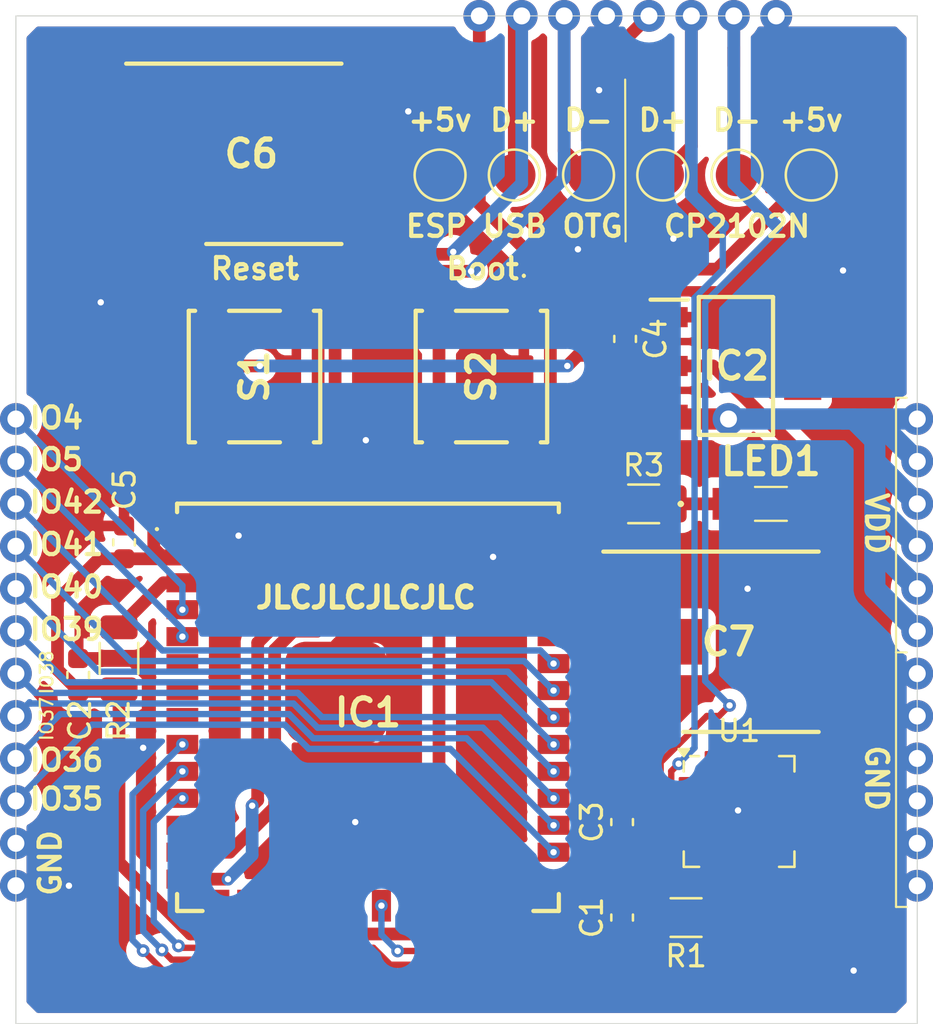
<source format=kicad_pcb>
(kicad_pcb (version 20240108) (generator "pcbnew") (generator_version "8.0")
  (title_block (date "2024-10-01") (rev "A"))
  (layers (0 "F.Cu" signal) (31 "B.Cu" signal) (34 "B.Paste" user) (35 "F.Paste" user) (36 "B.SilkS" user "B.Silkscreen") (37 "F.SilkS" user "F.Silkscreen") (38 "B.Mask" user) (39 "F.Mask" user) (44 "Edge.Cuts" user))
  (net 0 "")
  (net 1 "RESET")
  (net 2 "GND")
  (net 3 "+5V")
  (net 4 "GPIO_37")
  (net 6 "GPIO_38")
  (net 8 "BOOT")
  (net 11 "ESP_UART_TX")
  (net 13 "GPIO_42")
  (net 14 "Net-(IC1-EN)")
  (net 17 "ESP_UART_CTS")
  (net 18 "GPIO_39")
  (net 19 "GPIO_36")
  (net 20 "GPIO_35")
  (net 22 "GPIO_5")
  (net 24 "ESP_UART_RX")
  (net 25 "GPIO_40")
  (net 26 "GPIO_41")
  (net 31 "GPIO_4")
  (net 36 "ESP_UART_RTS")
  (net 39 "Net-(U1-~{RST})")
  (net 58 "VDD")
  (net 60 "Net-(LED1-Pad1)")
  (net 61 "unconnected-(IC1-IO19-Pad13)")
  (net 62 "unconnected-(IC1-IO20-Pad14)")
  (net 63 "unconnected-(U1-D--Pad5)")
  (net 64 "unconnected-(U1-D+-Pad4)")
  (footprint "Capacitor_SMD:C_0603_1608Metric" (layer "F.Cu") (at 102.225 51.225 -90)
    (property "Reference" "C4" (at 0 -1.43 90) (layer "F.SilkS"))
    (property "Value" "C10uf")
    (pad "1" smd roundrect (at -0.775 0 270) (size 0.9 0.95) (layers "F.Cu" "F.Paste" "F.Mask") (net 2 "GND"))
    (pad "2" smd roundrect (at 0.775 0 270) (size 0.9 0.95) (layers "F.Cu" "F.Paste" "F.Mask") (net 1 "RESET"))
  )
  (footprint "TestPoint:TestPoint_Pad_D2.0mm" (layer "F.Cu") (at 100.5 43.5)
    (property "Reference" "REF**" (hide yes))
    (property "Value" "TestPoint_Pad_D2.0mm" (hide yes))
    (pad "1" smd circle (at 0 0) (size 2 2) (layers "F.Cu" "F.Mask") (net 61 "unconnected-(IC1-IO19-Pad13)"))
  )
  (footprint "SamacSys_Parts:CAPAE850X1050N" (layer "F.Cu") (at 84.6 42.5)
    (property "Reference" "C6" (at 0 0 0) (layer "F.SilkS") (effects (font (size 1.27 1.27) (thickness 0.254))))
    (property "Value" "MAL214097803E3" (hide yes))
    (pad "1" smd rect (at -3.5 0 90) (size 2.15 4.8) (layers "F.Cu" "F.Paste" "F.Mask") (net 1 "RESET"))
    (pad "2" smd rect (at 3.5 0 90) (size 2.15 4.8) (layers "F.Cu" "F.Paste" "F.Mask") (net 2 "GND"))
  )
  (footprint "Resistor_SMD:R_1206_3216Metric" (layer "F.Cu") (at 103.1 59)
    (property "Reference" "R3" (at 0 -1.82 0) (layer "F.SilkS"))
    (property "Value" "68R" (hide yes))
    (pad "1" smd roundrect (at -1.4625 0) (size 1.125 1.75) (layers "F.Cu" "F.Paste" "F.Mask") (roundrect_rratio 0.222222) (net 2 "GND"))
    (pad "2" smd roundrect (at 1.4625 0) (size 1.125 1.75) (layers "F.Cu" "F.Paste" "F.Mask") (roundrect_rratio 0.222222) (net 60 "Net-(LED1-Pad1)"))
  )
  (footprint "Resistor_SMD:R_1206_3216Metric" (layer "F.Cu") (at 78.360687 66.282458 -90)
    (property "Reference" "R2" (at 2.921123 0.02485 -90) (layer "F.SilkS"))
    (property "Value" "10K0" (hide yes))
    (pad "1" smd roundrect (at -1.4625 0 270) (size 1.125 1.75) (layers "F.Cu" "F.Paste" "F.Mask") (roundrect_rratio 0.222222) (net 14 "Net-(IC1-EN)"))
    (pad "2" smd roundrect (at 1.4625 0 270) (size 1.125 1.75) (layers "F.Cu" "F.Paste" "F.Mask") (roundrect_rratio 0.222222) (net 1 "RESET"))
  )
  (footprint "Package_DFN_QFN:QFN-28-1EP_5x5mm_P0.5mm_EP3.35x3.35mm" (layer "F.Cu") (at 107.6 73.5)
    (property "Reference" "U1" (at 0 -3.8 0) (layer "F.SilkS"))
    (property "Value" "CP2102N-Axx-xQFN28" (hide yes))
    (pad "1" smd roundrect (at -2.45 -1.5) (size 0.8 0.25) (layers "F.Cu" "F.Paste" "F.Mask"))
    (pad "2" smd roundrect (at -2.45 -1) (size 0.8 0.25) (layers "F.Cu" "F.Paste" "F.Mask"))
    (pad "3" smd roundrect (at -2.45 -0.5) (size 0.8 0.25) (layers "F.Cu" "F.Paste" "F.Mask") (net 2 "GND"))
    (pad "4" smd roundrect (at -2.45 0) (size 0.8 0.25) (layers "F.Cu" "F.Paste" "F.Mask") (net 64 "unconnected-(U1-D+-Pad4)"))
    (pad "5" smd roundrect (at -2.45 0.5) (size 0.8 0.25) (layers "F.Cu" "F.Paste" "F.Mask") (net 63 "unconnected-(U1-D--Pad5)"))
    (pad "6" smd roundrect (at -2.45 1) (size 0.8 0.25) (layers "F.Cu" "F.Paste" "F.Mask"))
    (pad "7" smd roundrect (at -2.45 1.5) (size 0.8 0.25) (layers "F.Cu" "F.Paste" "F.Mask") (net 3 "+5V"))
    (pad "8" smd roundrect (at -1.5 2.45) (size 0.25 0.8) (layers "F.Cu" "F.Paste" "F.Mask") (net 3 "+5V"))
    (pad "9" smd roundrect (at -1 2.45) (size 0.25 0.8) (layers "F.Cu" "F.Paste" "F.Mask") (net 39 "Net-(U1-~{RST})"))
    (pad "10" smd roundrect (at -0.5 2.45) (size 0.25 0.8) (layers "F.Cu" "F.Paste" "F.Mask"))
    (pad "11" smd roundrect (at 0 2.45) (size 0.25 0.8) (layers "F.Cu" "F.Paste" "F.Mask"))
    (pad "12" smd roundrect (at 0.5 2.45) (size 0.25 0.8) (layers "F.Cu" "F.Paste" "F.Mask"))
    (pad "13" smd roundrect (at 1 2.45) (size 0.25 0.8) (layers "F.Cu" "F.Paste" "F.Mask"))
    (pad "14" smd roundrect (at 1.5 2.45) (size 0.25 0.8) (layers "F.Cu" "F.Paste" "F.Mask"))
    (pad "15" smd roundrect (at 2.45 1.5) (size 0.8 0.25) (layers "F.Cu" "F.Paste" "F.Mask"))
    (pad "16" smd roundrect (at 2.45 1) (size 0.8 0.25) (layers "F.Cu" "F.Paste" "F.Mask"))
    (pad "17" smd roundrect (at 2.45 0.5) (size 0.8 0.25) (layers "F.Cu" "F.Paste" "F.Mask"))
    (pad "18" smd roundrect (at 2.45 0) (size 0.8 0.25) (layers "F.Cu" "F.Paste" "F.Mask"))
    (pad "19" smd roundrect (at 2.45 -0.5) (size 0.8 0.25) (layers "F.Cu" "F.Paste" "F.Mask"))
    (pad "20" smd roundrect (at 2.45 -1) (size 0.8 0.25) (layers "F.Cu" "F.Paste" "F.Mask"))
    (pad "21" smd roundrect (at 2.45 -1.5) (size 0.8 0.25) (layers "F.Cu" "F.Paste" "F.Mask"))
    (pad "22" smd roundrect (at 1.5 -2.45) (size 0.25 0.8) (layers "F.Cu" "F.Paste" "F.Mask"))
    (pad "23" smd roundrect (at 1 -2.45) (size 0.25 0.8) (layers "F.Cu" "F.Paste" "F.Mask") (net 17 "ESP_UART_CTS"))
    (pad "24" smd roundrect (at 0.5 -2.45) (size 0.25 0.8) (layers "F.Cu" "F.Paste" "F.Mask") (net 36 "ESP_UART_RTS"))
    (pad "25" smd roundrect (at 0 -2.45) (size 0.25 0.8) (layers "F.Cu" "F.Paste" "F.Mask") (net 11 "ESP_UART_TX"))
    (pad "26" smd roundrect (at -0.5 -2.45) (size 0.25 0.8) (layers "F.Cu" "F.Paste" "F.Mask") (net 24 "ESP_UART_RX"))
    (pad "27" smd roundrect (at -1 -2.45) (size 0.25 0.8) (layers "F.Cu" "F.Paste" "F.Mask"))
    (pad "28" smd roundrect (at -1.5 -2.45) (size 0.25 0.8) (layers "F.Cu" "F.Paste" "F.Mask"))
    (pad "29" smd rect (at 0 0) (size 3.35 3.35) (property pad_prop_heatsink) (layers "F.Cu" "F.Mask") (net 2 "GND"))
  )
  (footprint "Capacitor_SMD:C_0603_1608Metric" (layer "F.Cu") (at 102.084683 78.5 90)
    (property "Reference" "C1" (at 0 -1.43 90) (layer "F.SilkS"))
    (property "Value" "C100nf" (hide yes))
    (pad "1" smd roundrect (at -0.775 0 90) (size 0.9 0.95) (layers "F.Cu" "F.Paste" "F.Mask") (net 1 "RESET"))
    (pad "2" smd roundrect (at 0.775 0 90) (size 0.9 0.95) (layers "F.Cu" "F.Paste" "F.Mask") (net 2 "GND"))
  )
  (footprint "TestPoint:TestPoint_Pad_D2.0mm" (layer "F.Cu") (at 104 43.5)
    (property "Reference" "REF**" (hide yes))
    (property "Value" "TestPoint_Pad_D2.0mm" (hide yes))
    (pad "1" smd circle (at 0 0) (size 2 2) (layers "F.Cu" "F.Mask") (net 64 "unconnected-(U1-D+-Pad4)"))
  )
  (footprint "SamacSys_Parts:KSC243JSPDELTALFG" (layer "F.Cu") (at 84.75 53 90)
    (property "Reference" "S1" (at 0 0 90) (layer "F.SilkS") (effects (font (size 1.27 1.27) (thickness 0.254))))
    (property "Value" "KSC243J_SP_DELTA_LFG" (hide yes))
    (pad "1" smd rect (at 2.9 2 180) (size 1 2.8) (layers "F.Cu" "F.Paste" "F.Mask") (net 2 "GND"))
    (pad "2" smd rect (at 2.9 -2 180) (size 1 2.8) (layers "F.Cu" "F.Paste" "F.Mask") (net 1 "RESET"))
    (pad "3" smd rect (at -2.9 -2 180) (size 1 2.8) (layers "F.Cu" "F.Paste" "F.Mask") (net 1 "RESET"))
    (pad "4" smd rect (at -2.9 2 180) (size 1 2.8) (layers "F.Cu" "F.Paste" "F.Mask") (net 2 "GND"))
  )
  (footprint "TestPoint:TestPoint_Pad_D2.0mm" (layer "F.Cu") (at 97 43.5)
    (property "Reference" "REF**" (hide yes))
    (property "Value" "TestPoint_Pad_D2.0mm" (hide yes))
    (pad "1" smd circle (at 0 0) (size 2 2) (layers "F.Cu" "F.Mask") (net 62 "unconnected-(IC1-IO20-Pad14)"))
  )
  (footprint "Capacitor_SMD:C_0603_1608Metric" (layer "F.Cu") (at 102.084683 74 90)
    (property "Reference" "C3" (at 0 -1.43 90) (layer "F.SilkS"))
    (property "Value" "C100nf" (hide yes))
    (pad "1" smd roundrect (at -0.775 0 90) (size 0.9 0.95) (layers "F.Cu" "F.Paste" "F.Mask") (net 3 "+5V"))
    (pad "2" smd roundrect (at 0.775 0 90) (size 0.9 0.95) (layers "F.Cu" "F.Paste" "F.Mask") (net 2 "GND"))
  )
  (footprint "SamacSys_Parts:KSC243JSPDELTALFG" (layer "F.Cu") (at 95.45 53 90)
    (property "Reference" "S2" (at 0 0 90) (layer "F.SilkS") (effects (font (size 1.27 1.27) (thickness 0.254))))
    (property "Value" "KSC243J_SP_DELTA_LFG" (hide yes))
    (pad "1" smd rect (at 2.9 2 180) (size 1 2.8) (layers "F.Cu" "F.Paste" "F.Mask") (net 2 "GND"))
    (pad "2" smd rect (at 2.9 -2 180) (size 1 2.8) (layers "F.Cu" "F.Paste" "F.Mask") (net 8 "BOOT"))
    (pad "3" smd rect (at -2.9 -2 180) (size 1 2.8) (layers "F.Cu" "F.Paste" "F.Mask") (net 8 "BOOT"))
    (pad "4" smd rect (at -2.9 2 180) (size 1 2.8) (layers "F.Cu" "F.Paste" "F.Mask") (net 2 "GND"))
  )
  (footprint "SamacSys_Parts:APTD3216SECK" (layer "F.Cu") (at 109.1 59)
    (property "Reference" "LED1" (at 0 -2 0) (layer "F.SilkS") (effects (font (size 1.27 1.27) (thickness 0.254))))
    (property "Value" "APTD3216SECK" (hide yes))
    (pad "1" smd rect (at -1.875 0 90) (size 1.5 1.75) (layers "F.Cu" "F.Paste" "F.Mask") (net 60 "Net-(LED1-Pad1)"))
    (pad "2" smd rect (at 1.875 0 90) (size 1.5 1.75) (layers "F.Cu" "F.Paste" "F.Mask") (net 1 "RESET"))
  )
  (footprint "TestPoint:TestPoint_Pad_D2.0mm" (layer "F.Cu") (at 107.5 43.5)
    (property "Reference" "REF**" (hide yes))
    (property "Value" "TestPoint_Pad_D2.0mm" (hide yes))
    (pad "1" smd circle (at 0 0) (size 2 2) (layers "F.Cu" "F.Mask") (net 63 "unconnected-(U1-D--Pad5)"))
  )
  (footprint "Capacitor_SMD:C_0603_1608Metric" (layer "F.Cu") (at 78.6 60.815 90)
    (property "Reference" "C5" (at 2.486041 0.021329 90) (layer "F.SilkS"))
    (property "Value" "C100nf" (hide yes))
    (pad "1" smd roundrect (at -0.775 0 90) (size 0.9 0.95) (layers "F.Cu" "F.Paste" "F.Mask") (net 1 "RESET"))
    (pad "2" smd roundrect (at 0.775 0 90) (size 0.9 0.95) (layers "F.Cu" "F.Paste" "F.Mask") (net 2 "GND"))
  )
  (footprint "SamacSys_Parts:ESP32S3WROOM1UN8R8" (layer "F.Cu") (at 90.1 68.59)
    (property "Reference" "IC1" (at 0 0.25 0) (layer "F.SilkS") (effects (font (size 1.27 1.27) (thickness 0.254))))
    (property "Value" "ESP32-S3-WROOM-1-N4" (hide yes))
    (pad "1" smd rect (at -8.75 -8.41 90) (size 0.9 1.5) (layers "F.Cu" "F.Paste" "F.Mask") (net 2 "GND"))
    (pad "2" smd rect (at -8.75 -7.14 90) (size 0.9 1.5) (layers "F.Cu" "F.Paste" "F.Mask") (net 1 "RESET"))
    (pad "3" smd rect (at -8.75 -5.87 90) (size 0.9 1.5) (layers "F.Cu" "F.Paste" "F.Mask") (net 14 "Net-(IC1-EN)"))
    (pad "4" smd rect (at -8.75 -4.6 90) (size 0.9 1.5) (layers "F.Cu" "F.Paste" "F.Mask") (net 31 "GPIO_4"))
    (pad "5" smd rect (at -8.75 -3.33 90) (size 0.9 1.5) (layers "F.Cu" "F.Paste" "F.Mask") (net 22 "GPIO_5"))
    (pad "6" smd rect (at -8.75 -2.06 90) (size 0.9 1.5) (layers "F.Cu" "F.Paste" "F.Mask"))
    (pad "7" smd rect (at -8.75 -0.79 90) (size 0.9 1.5) (layers "F.Cu" "F.Paste" "F.Mask"))
    (pad "8" smd rect (at -8.75 0.48 90) (size 0.9 1.5) (layers "F.Cu" "F.Paste" "F.Mask"))
    (pad "9" smd rect (at -8.75 1.75 90) (size 0.9 1.5) (layers "F.Cu" "F.Paste" "F.Mask") (net 24 "ESP_UART_RX"))
    (pad "10" smd rect (at -8.75 3.02 90) (size 0.9 1.5) (layers "F.Cu" "F.Paste" "F.Mask") (net 11 "ESP_UART_TX"))
    (pad "11" smd rect (at -8.75 4.29 90) (size 0.9 1.5) (layers "F.Cu" "F.Paste" "F.Mask") (net 36 "ESP_UART_RTS"))
    (pad "12" smd rect (at -8.75 5.56 90) (size 0.9 1.5) (layers "F.Cu" "F.Paste" "F.Mask"))
    (pad "13" smd rect (at -8.75 6.83 90) (size 0.9 1.5) (layers "F.Cu" "F.Paste" "F.Mask") (net 61 "unconnected-(IC1-IO19-Pad13)"))
    (pad "14" smd rect (at -8.75 8.1 90) (size 0.9 1.5) (layers "F.Cu" "F.Paste" "F.Mask") (net 62 "unconnected-(IC1-IO20-Pad14)"))
    (pad "15" smd rect (at -6.985 9.35) (size 0.9 1.5) (layers "F.Cu" "F.Paste" "F.Mask"))
    (pad "16" smd rect (at -5.715 9.35) (size 0.9 1.5) (layers "F.Cu" "F.Paste" "F.Mask"))
    (pad "17" smd rect (at -4.445 9.35) (size 0.9 1.5) (layers "F.Cu" "F.Paste" "F.Mask"))
    (pad "18" smd rect (at -3.175 9.35) (size 0.9 1.5) (layers "F.Cu" "F.Paste" "F.Mask"))
    (pad "19" smd rect (at -1.905 9.35) (size 0.9 1.5) (layers "F.Cu" "F.Paste" "F.Mask"))
    (pad "20" smd rect (at -0.635 9.35) (size 0.9 1.5) (layers "F.Cu" "F.Paste" "F.Mask"))
    (pad "21" smd rect (at 0.635 9.35) (size 0.9 1.5) (layers "F.Cu" "F.Paste" "F.Mask") (net 17 "ESP_UART_CTS"))
    (pad "22" smd rect (at 1.905 9.35) (size 0.9 1.5) (layers "F.Cu" "F.Paste" "F.Mask"))
    (pad "23" smd rect (at 3.175 9.35) (size 0.9 1.5) (layers "F.Cu" "F.Paste" "F.Mask"))
    (pad "24" smd rect (at 4.445 9.35) (size 0.9 1.5) (layers "F.Cu" "F.Paste" "F.Mask"))
    (pad "25" smd rect (at 5.715 9.35) (size 0.9 1.5) (layers "F.Cu" "F.Paste" "F.Mask"))
    (pad "26" smd rect (at 6.985 9.35) (size 0.9 1.5) (layers "F.Cu" "F.Paste" "F.Mask"))
    (pad "27" smd rect (at 8.75 8.1 90) (size 0.9 1.5) (layers "F.Cu" "F.Paste" "F.Mask") (net 8 "BOOT"))
    (pad "28" smd rect (at 8.75 6.83 90) (size 0.9 1.5) (layers "F.Cu" "F.Paste" "F.Mask") (net 20 "GPIO_35"))
    (pad "29" smd rect (at 8.75 5.56 90) (size 0.9 1.5) (layers "F.Cu" "F.Paste" "F.Mask") (net 19 "GPIO_36"))
    (pad "30" smd rect (at 8.75 4.29 90) (size 0.9 1.5) (layers "F.Cu" "F.Paste" "F.Mask") (net 4 "GPIO_37"))
    (pad "31" smd rect (at 8.75 3.02 90) (size 0.9 1.5) (layers "F.Cu" "F.Paste" "F.Mask") (net 6 "GPIO_38"))
    (pad "32" smd rect (at 8.75 1.75 90) (size 0.9 1.5) (layers "F.Cu" "F.Paste" "F.Mask") (net 18 "GPIO_39"))
    (pad "33" smd rect (at 8.75 0.48 90) (size 0.9 1.5) (layers "F.Cu" "F.Paste" "F.Mask") (net 25 "GPIO_40"))
    (pad "34" smd rect (at 8.75 -0.79 90) (size 0.9 1.5) (layers "F.Cu" "F.Paste" "F.Mask") (net 26 "GPIO_41"))
    (pad "35" smd rect (at 8.75 -2.06 90) (size 0.9 1.5) (layers "F.Cu" "F.Paste" "F.Mask") (net 13 "GPIO_42"))
    (pad "36" smd rect (at 8.75 -3.33 90) (size 0.9 1.5) (layers "F.Cu" "F.Paste" "F.Mask"))
    (pad "37" smd rect (at 8.75 -4.6 90) (size 0.9 1.5) (layers "F.Cu" "F.Paste" "F.Mask"))
    (pad "38" smd rect (at 8.75 -5.87 90) (size 0.9 1.5) (layers "F.Cu" "F.Paste" "F.Mask"))
    (pad "39" smd rect (at 8.75 -7.14 90) (size 0.9 1.5) (layers "F.Cu" "F.Paste" "F.Mask"))
    (pad "40" smd rect (at 8.75 -8.41 90) (size 0.9 1.5) (layers "F.Cu" "F.Paste" "F.Mask") (net 2 "GND"))
    (pad "41" smd rect (at -1.5 -0.69 90) (size 0.9 0.9) (layers "F.Cu" "F.Paste" "F.Mask") (net 2 "GND"))
    (pad "42" smd rect (at -2.9 -2.09 90) (size 0.9 0.9) (layers "F.Cu" "F.Paste" "F.Mask") (net 2 "GND"))
    (pad "43" smd rect (at -2.9 -0.69 90) (size 0.9 0.9) (layers "F.Cu" "F.Paste" "F.Mask") (net 2 "GND"))
    (pad "44" smd rect (at -2.9 0.71 90) (size 0.9 0.9) (layers "F.Cu" "F.Paste" "F.Mask") (net 2 "GND"))
    (pad "45" smd rect (at -1.5 0.71 90) (size 0.9 0.9) (layers "F.Cu" "F.Paste" "F.Mask") (net 2 "GND"))
    (pad "46" smd rect (at -0.1 0.71 90) (size 0.9 0.9) (layers "F.Cu" "F.Paste" "F.Mask") (net 2 "GND"))
    (pad "47" smd rect (at -0.1 -0.69 90) (size 0.9 0.9) (layers "F.Cu" "F.Paste" "F.Mask") (net 2 "GND"))
    (pad "48" smd rect (at -0.1 -2.09 90) (size 0.9 0.9) (layers "F.Cu" "F.Paste" "F.Mask") (net 2 "GND"))
    (pad "49" smd rect (at -1.5 -2.09 90) (size 0.9 0.9) (layers "F.Cu" "F.Paste" "F.Mask") (net 2 "GND"))
  )
  (footprint "SamacSys_Parts:SOT230P700X180-4N" (layer "F.Cu") (at 107.45 52.5)
    (property "Reference" "IC2" (at 0 0 0) (layer "F.SilkS") (effects (font (size 1.27 1.27) (thickness 0.254))))
    (property "Value" "LM1117MPX-3.3_NOPB" (hide yes))
    (pad "1" smd rect (at -3.15 -2.3 90) (size 0.95 1.75) (layers "F.Cu" "F.Paste" "F.Mask") (net 2 "GND"))
    (pad "2" smd rect (at -3.15 0 90) (size 0.95 1.75) (layers "F.Cu" "F.Paste" "F.Mask") (net 1 "RESET"))
    (pad "3" smd rect (at -3.15 2.3 90) (size 0.95 1.75) (layers "F.Cu" "F.Paste" "F.Mask") (net 58 "VDD"))
    (pad "4" smd rect (at 3.15 0) (size 1.75 3.2) (layers "F.Cu" "F.Paste" "F.Mask"))
  )
  (footprint "Resistor_SMD:R_1206_3216Metric" (layer "F.Cu") (at 105.1 78.5 180)
    (property "Reference" "R1" (at 0 -1.82 360) (layer "F.SilkS"))
    (property "Value" "10K0" (hide yes))
    (pad "1" smd roundrect (at -1.4625 0 180) (size 1.125 1.75) (layers "F.Cu" "F.Paste" "F.Mask") (roundrect_rratio 0.222222) (net 39 "Net-(U1-~{RST})"))
    (pad "2" smd roundrect (at 1.4625 0 180) (size 1.125 1.75) (layers "F.Cu" "F.Paste" "F.Mask") (roundrect_rratio 0.222222) (net 1 "RESET"))
  )
  (footprint "TestPoint:TestPoint_Pad_D2.0mm" (layer "F.Cu") (at 111 43.5)
    (property "Reference" "REF**" (hide yes))
    (property "Value" "TestPoint_Pad_D2.0mm" (hide yes))
    (pad "1" smd circle (at 0 0) (size 2 2) (layers "F.Cu" "F.Mask") (net 3 "+5V"))
  )
  (footprint "Capacitor_SMD:C_0603_1608Metric" (layer "F.Cu") (at 76.436999 67.064445 90)
    (property "Reference" "C2" (at -2.139136 0.082076 90) (layer "F.SilkS"))
    (property "Value" "C100nf" (hide yes))
    (pad "1" smd roundrect (at -0.775 0 90) (size 0.9 0.95) (layers "F.Cu" "F.Paste" "F.Mask") (net 1 "RESET"))
    (pad "2" smd roundrect (at 0.775 0 90) (size 0.9 0.95) (layers "F.Cu" "F.Paste" "F.Mask") (net 2 "GND"))
  )
  (footprint "SamacSys_Parts:CAPAE850X1050N" (layer "F.Cu") (at 107.1 65.5)
    (property "Reference" "C7" (at 0 0 0) (layer "F.SilkS") (effects (font (size 1.27 1.27) (thickness 0.254))))
    (property "Value" "MAL214097803E3" (hide yes))
    (pad "1" smd rect (at -3.5 0 90) (size 2.15 4.8) (layers "F.Cu" "F.Paste" "F.Mask") (net 3 "+5V"))
    (pad "2" smd rect (at 3.5 0 90) (size 2.15 4.8) (layers "F.Cu" "F.Paste" "F.Mask") (net 2 "GND"))
  )
  (footprint "TestPoint:TestPoint_Pad_D2.0mm" (layer "F.Cu") (at 93.5 43.5)
    (property "Reference" "REF**" (hide yes))
    (property "Value" "TestPoint_Pad_D2.0mm" (hide yes))
    (pad "1" smd circle (at 0 0) (size 2 2) (layers "F.Cu" "F.Mask") (net 3 "+5V"))
  )
  (gr_line (start 115 78) (end 115.5 78) (stroke (width 0.1)) (layer "F.SilkS"))
  (gr_line (start 115 54) (end 115.5 54) (stroke (width 0.1)) (layer "F.SilkS"))
  (gr_line (start 115 66) (end 115 78) (stroke (width 0.1)) (layer "F.SilkS"))
  (gr_line (start 115.5 66) (end 115 66) (stroke (width 0.1)) (layer "F.SilkS"))
  (gr_line (start 115 66) (end 115 54) (stroke (width 0.1)) (layer "F.SilkS"))
  (gr_line (start 102.24695 46.631574) (end 102.227485 39.00117) (stroke (width 0.1)) (layer "F.SilkS"))
  (gr_line (start 73.5 36) (end 116 36) (stroke (width 0.05)) (layer "Edge.Cuts"))
  (gr_line (start 73.5 53.5) (end 73.5 36) (stroke (width 0.05)) (layer "Edge.Cuts"))
  (gr_line (start 116 83.5) (end 73.5 83.5) (stroke (width 0.05)) (layer "Edge.Cuts"))
  (gr_line (start 73.5 83.5) (end 73.5 53.5) (stroke (width 0.05)) (layer "Edge.Cuts"))
  (gr_line (start 116 36) (end 116 83.5) (stroke (width 0.05)) (layer "Edge.Cuts"))
  (gr_text "D+" (at 104 41.5 0) (layer "F.SilkS") (effects (font (size 1 1) (thickness 0.2) (bold yes)) (justify bottom)))
  (gr_text "JLCJLCJLCJLC" (at 90 64 0) (layer "F.SilkS") (effects (font (size 1 1) (thickness 0.25) (bold yes)) (justify bottom)))
  (gr_text "+5v" (at 93.5 41.5 0) (layer "F.SilkS") (effects (font (size 1 1) (thickness 0.2) (bold yes)) (justify bottom)))
  (gr_text "IO39" (at 74.040491 65.5 0) (layer "F.SilkS") (effects (font (size 1 1) (thickness 0.2) (bold yes)) (justify left bottom)))
  (gr_text "GND" (at 113.5 70.276191 -90) (layer "F.SilkS") (effects (font (size 1 1) (thickness 0.2) (bold yes)) (justify left bottom)))
  (gr_text "ESP USB OTG" (at 97 46.5 0) (layer "F.SilkS") (effects (font (size 1 1) (thickness 0.2) (bold yes)) (justify bottom)))
  (gr_text "Reset" (at 84.75 48.5 0) (layer "F.SilkS") (effects (font (size 1 1) (thickness 0.2) (bold yes)) (justify bottom)))
  (gr_text "IO40" (at 74.040491 63.5 0) (layer "F.SilkS") (effects (font (size 1 1) (thickness 0.2) (bold yes)) (justify left bottom)))
  (gr_text "Boot" (at 95.5 48.5 0) (layer "F.SilkS") (effects (font (size 1 1) (thickness 0.2) (bold yes)) (justify bottom)))
  (gr_text "D+" (at 97 41.5 0) (layer "F.SilkS") (effects (font (size 1 1) (thickness 0.2) (bold yes)) (justify bottom)))
  (gr_text "D-" (at 100.5 41.5 0) (layer "F.SilkS") (effects (font (size 1 1) (thickness 0.2) (bold yes)) (justify bottom)))
  (gr_text "IO4" (at 74.040491 55.5395 0) (layer "F.SilkS") (effects (font (size 1 1) (thickness 0.2) (bold yes)) (justify left bottom)))
  (gr_text "IO5" (at 74.040491 57.5 0) (layer "F.SilkS") (effects (font (size 1 1) (thickness 0.2) (bold yes)) (justify left bottom)))
  (gr_text "+5v" (at 111 41.5 0) (layer "F.SilkS") (effects (font (size 1 1) (thickness 0.2) (bold yes)) (justify bottom)))
  (gr_text "GND" (at 75.700751 77.583178 90) (layer "F.SilkS") (effects (font (size 1 1) (thickness 0.2) (bold yes)) (justify left bottom)))
  (gr_text "VDD" (at 113.5 58.371429 270) (layer "F.SilkS") (effects (font (size 1 1) (thickness 0.2) (bold yes)) (justify left bottom)))
  (gr_text "IO37" (at 75.302793 70.228754 90) (layer "F.SilkS") (effects (font (size 0.6 0.6) (thickness 0.1) (bold yes)) (justify left bottom)))
  (gr_text "IO38" (at 75.302793 68.035662 90) (layer "F.SilkS") (effects (font (size 0.6 0.6) (thickness 0.1) (bold yes)) (justify left bottom)))
  (gr_text "D-" (at 107.5 41.5 0) (layer "F.SilkS") (effects (font (size 1 1) (thickness 0.2) (bold yes)) (justify bottom)))
  (gr_text "IO41" (at 74.040491 61.5 0) (layer "F.SilkS") (effects (font (size 1 1) (thickness 0.2) (bold yes)) (justify left bottom)))
  (gr_text "CP2102N\n" (at 107.5 46.5 0) (layer "F.SilkS") (effects (font (size 1 1) (thickness 0.2) (bold yes)) (justify bottom)))
  (gr_text "IO36" (at 74.040491 71.669188 0) (layer "F.SilkS") (effects (font (size 1 1) (thickness 0.2) (bold yes)) (justify left bottom)))
  (gr_text "IO35" (at 74.040491 73.5 0) (layer "F.SilkS") (effects (font (size 1 1) (thickness 0.2) (bold yes)) (justify left bottom)))
  (gr_text "IO42" (at 74.040491 59.5 0) (layer "F.SilkS") (effects (font (size 1 1) (thickness 0.2) (bold yes)) (justify left bottom)))
  (segment (start 75.461999 63.538001) (end 77.41 61.59) (width 0.6) (layer "F.Cu") (net 1))
  (segment (start 81.735 79.275) (end 78.360687 75.900687) (width 0.6) (layer "F.Cu") (net 1))
  (segment (start 83.75 52.5) (end 83.625 52.625) (width 0.6) (layer "F.Cu") (net 1))
  (segment (start 76.436999 67.839445) (end 78.2662 67.839445) (width 0.6) (layer "F.Cu") (net 1))
  (segment (start 76.436999 67.795985) (end 75.461999 66.820985) (width 0.6) (layer "F.Cu") (net 1))
  (segment (start 82.75 52.75) (end 83.125 53.125) (width 0.6) (layer "F.Cu") (net 1))
  (segment (start 82.75 52.5) (end 82.75 53.5) (width 0.6) (layer "F.Cu") (net 1))
  (segment (start 81.21 61.59) (end 81.35 61.45) (width 0.6) (layer "F.Cu") (net 1))
  (segment (start 83.5 52.5) (end 83.625 52.625) (width 0.6) (layer "F.Cu") (net 1))
  (segment (start 77.41 61.59) (end 78.6 61.59) (width 0.6) (layer "F.Cu") (net 1))
  (segment (start 82.75 44.15) (end 81.1 42.5) (width 0.6) (layer "F.Cu") (net 1))
  (segment (start 102.8625 79.275) (end 103.6375 78.5) (width 0.6) (layer "F.Cu") (net 1))
  (segment (start 82.75 52.5) (end 82.75 52.75) (width 0.6) (layer "F.Cu") (net 1))
  (segment (start 102.084683 79.275) (end 102.8625 79.275) (width 0.6) (layer "F.Cu") (net 1))
  (segment (start 83.75 52.5) (end 82.75 51.5) (width 0.6) (layer "F.Cu") (net 1))
  (segment (start 82.75 50.1) (end 82.75 52) (width 0.6) (layer "F.Cu") (net 1))
  (segment (start 82.75 52) (end 82.75 52.5) (width 0.6) (layer "F.Cu") (net 1))
  (segment (start 102.084683 79.275) (end 81.735 79.275) (width 0.6) (layer "F.Cu") (net 1))
  (segment (start 83.125 53.125) (end 82.75 53.5) (width 0.6) (layer "F.Cu") (net 1))
  (segment (start 110.975 57.107233) (end 110.975 59) (width 0.6) (layer "F.Cu") (net 1))
  (segment (start 78.6 61.59) (end 81.21 61.59) (width 0.6) (layer "F.Cu") (net 1))
  (segment (start 102.225 52) (end 103.8 52) (width 0.6) (layer "F.Cu") (net 1))
  (segment (start 82.75 50.1) (end 82.75 44.15) (width 0.6) (layer "F.Cu") (net 1))
  (segment (start 75.461999 66.820985) (end 75.461999 63.538001) (width 0.6) (layer "F.Cu") (net 1))
  (segment (start 80 61.09) (end 80.36 61.45) (width 0.6) (layer "F.Cu") (net 1))
  (segment (start 83.5 52.5) (end 82.75 52.5) (width 0.6) (layer "F.Cu") (net 1))
  (segment (start 106.367767 52.5) (end 110.975 57.107233) (width 0.6) (layer "F.Cu") (net 1))
  (segment (start 104.3 52.5) (end 106.367767 52.5) (width 0.6) (layer "F.Cu") (net 1))
  (segment (start 103.8 52) (end 104.3 52.5) (width 0.6) (layer "F.Cu") (net 1))
  (segment (start 78.360687 75.900687) (end 78.360687 67.744958) (width 0.6) (layer "F.Cu") (net 1))
  (segment (start 80.36 61.45) (end 81.35 61.45) (width 0.6) (layer "F.Cu") (net 1))
  (segment (start 80 58.65) (end 80 61.09) (width 0.6) (layer "F.Cu") (net 1))
  (segment (start 85 52.5) (end 83.75 52.5) (width 0.6) (layer "F.Cu") (net 1))
  (segment (start 76.436999 67.839445) (end 76.436999 67.795985) (width 0.6) (layer "F.Cu") (net 1))
  (segment (start 78.2662 67.839445) (end 78.360687 67.744958) (width 0.6) (layer "F.Cu") (net 1))
  (segment (start 100 52) (end 99.5 52.5) (width 0.6) (layer "F.Cu") (net 1))
  (segment (start 82.75 55.9) (end 80 58.65) (width 0.6) (layer "F.Cu") (net 1))
  (segment (start 102.225 52) (end 100 52) (width 0.6) (layer "F.Cu") (net 1))
  (segment (start 82.75 52) (end 83 52) (width 0.6) (layer "F.Cu") (net 1))
  (segment (start 82.75 51.5) (end 82.75 52) (width 0.6) (layer "F.Cu") (net 1))
  (segment (start 82.75 53.5) (end 82.75 55.9) (width 0.6) (layer "F.Cu") (net 1))
  (segment (start 83 52) (end 83.5 52.5) (width 0.6) (layer "F.Cu") (net 1))
  (segment (start 83.625 52.625) (end 83.125 53.125) (width 0.6) (layer "F.Cu") (net 1))
  (via (at 99.5 52.5) (size 0.6) (drill 0.3) (layers "F.Cu" "B.Cu") (net 1))
  (via (at 85 52.5) (size 0.6) (drill 0.3) (layers "F.Cu" "B.Cu") (net 1))
  (segment (start 99.5 52.5) (end 85 52.5) (width 0.6) (layer "B.Cu") (net 1))
  (segment (start 88.6 66.5) (end 89 66.5) (width 2) (layer "F.Cu") (net 2))
  (segment (start 107.55 73.45) (end 107.6 73.5) (width 0.3) (layer "F.Cu") (net 2))
  (segment (start 79.735687 67.11487) (end 79.735687 70.264313) (width 0.6) (layer "F.Cu") (net 2))
  (segment (start 90 69.3) (end 90 66.5) (width 2) (layer "F.Cu") (net 2))
  (segment (start 105.15 73) (end 107.1 73) (width 0.3) (layer "F.Cu") (net 2))
  (segment (start 78.910262 66.289445) (end 79.735687 67.11487) (width 0.6) (layer "F.Cu") (net 2))
  (segment (start 87.2 66.5) (end 90 66.5) (width 2) (layer "F.Cu") (net 2))
  (segment (start 87.2 69.3) (end 90 69.3) (width 2) (layer "F.Cu") (net 2))
  (segment (start 76.436999 66.289445) (end 78.910262 66.289445) (width 0.6) (layer "F.Cu") (net 2))
  (segment (start 107.1 73) (end 107.55 73.45) (width 0.3) (layer "F.Cu") (net 2))
  (segment (start 79.735687 70.264313) (end 79.5 70.5) (width 0.6) (layer "F.Cu") (net 2))
  (segment (start 87.2 66.5) (end 87.2 69.3) (width 2) (layer "F.Cu") (net 2))
  (via (at 73.5 77) (size 1.5) (drill 0.8) (layers "F.Cu" "B.Cu") (net 2))
  (via (at 107.55 73.45) (size 0.6) (drill 0.3) (layers "F.Cu" "B.Cu") (net 2))
  (via (at 76 77) (size 0.6) (drill 0.3) (layers "F.Cu" "B.Cu") (net 2))
  (via (at 96 61.5) (size 0.6) (drill 0.3) (layers "F.Cu" "B.Cu") (net 2))
  (via (at 89.5 74) (size 0.6) (drill 0.3) (layers "F.Cu" "B.Cu") (net 2))
  (via (at 116 75) (size 1.5) (drill 0.8) (layers "F.Cu" "B.Cu") (net 2))
  (via (at 79.5 70.5) (size 0.6) (drill 0.3) (layers "F.Cu" "B.Cu") (net 2))
  (via (at 92 40.5) (size 0.6) (drill 0.3) (layers "F.Cu" "B.Cu") (net 2))
  (via (at 108 63) (size 0.6) (drill 0.3) (layers "F.Cu" "B.Cu") (net 2))
  (via (at 77.5 49.5) (size 0.6) (drill 0.3) (layers "F.Cu" "B.Cu") (net 2))
  (via (at 112.5 48) (size 0.6) (drill 0.3) (layers "F.Cu" "B.Cu") (net 2))
  (via (at 90 56) (size 0.6) (drill 0.3) (layers "F.Cu" "B.Cu") (net 2))
  (via (at 84 60.5) (size 0.6) (drill 0.3) (layers "F.Cu" "B.Cu") (net 2))
  (via (at 113 81) (size 0.6) (drill 0.3) (layers "F.Cu" "B.Cu") (net 2))
  (via (at 109.35 36) (size 1.5) (drill 0.8) (layers "F.Cu" "B.Cu") (net 2))
  (via (at 116 71) (size 1.5) (drill 0.8) (layers "F.Cu" "B.Cu") (net 2))
  (via (at 116 67) (size 1.5) (drill 0.8) (layers "F.Cu" "B.Cu") (net 2))
  (via (at 116 77) (size 1.5) (drill 0.8) (layers "F.Cu" "B.Cu") (net 2))
  (via (at 100 47) (size 0.6) (drill 0.3) (layers "F.Cu" "B.Cu") (net 2))
  (via (at 116 69) (size 1.5) (drill 0.8) (layers "F.Cu" "B.Cu") (net 2))
  (via (at 101.35 36) (size 1.5) (drill 0.8) (layers "F.Cu" "B.Cu") (net 2))
  (via (at 101 39.5) (size 0.6) (drill 0.3) (layers "F.Cu" "B.Cu") (net 2))
  (via (at 104.5 46.5) (size 0.6) (drill 0.3) (layers "F.Cu" "B.Cu") (net 2))
  (via (at 116 73) (size 1.5) (drill 0.8) (layers "F.Cu" "B.Cu") (net 2))
  (via (at 73.5 75) (size 1.5) (drill 0.8) (layers "F.Cu" "B.Cu") (net 2))
  (segment (start 100.5 59.63) (end 98.7 57.83) (width 0.6) (layer "F.Cu") (net 3))
  (segment (start 103.6 65.5) (end 103.6 64.6) (width 0.6) (layer "F.Cu") (net 3))
  (segment (start 103.35 36) (end 102.266103 37.083897) (width 0.6) (layer "F.Cu") (net 3))
  (segment (start 106.563603 47.936397) (end 102.266103 47.936397) (width 0.6) (layer "F.Cu") (net 3))
  (segment (start 103.6 65.5) (end 103.059683 66.040317) (width 0.6) (layer "F.Cu") (net 3))
  (segment (start 106.1 75.95) (end 105.15 75) (width 0.3) (layer "F.Cu") (net 3))
  (segment (start 94 43.5) (end 95.6125 45.1125) (width 0.6) (layer "F.Cu") (net 3))
  (segment (start 95.6125 45.1125) (end 98.7 48.2) (width 0.6) (layer "F.Cu") (net 3))
  (segment (start 111 43.5) (end 106.563603 47.936397) (width 0.6) (layer "F.Cu") (net 3))
  (segment (start 102.309683 75) (end 102.084683 74.775) (width 0.3) (layer "F.Cu") (net 3))
  (segment (start 102.266103 47.936397) (end 98.7 51.5025) (width 0.6) (layer "F.Cu") (net 3))
  (segment (start 98.7 48.2) (end 98.7 51.5025) (width 0.6) (layer "F.Cu") (net 3))
  (segment (start 95.6125 45.1125) (end 95.35 44.85) (width 0.6) (layer "F.Cu") (net 3))
  (segment (start 103.6 64.6) (end 100.5 61.5) (width 0.6) (layer "F.Cu") (net 3))
  (segment (start 98.7 57.83) (end 98.7 51.5025) (width 0.6) (layer "F.Cu") (net 3))
  (segment (start 105.15 75) (end 102.309683 75) (width 0.3) (layer "F.Cu") (net 3))
  (segment (start 95.35 44.85) (end 95.35 36) (width 0.6) (layer "F.Cu") (net 3))
  (segment (start 100.5 61.5) (end 100.5 59.63) (width 0.6) (layer "F.Cu") (net 3))
  (segment (start 103.059683 66.040317) (end 103.059683 75) (width 0.6) (layer "F.Cu") (net 3))
  (segment (start 102.266103 37.083897) (end 102.266103 47.936397) (width 0.6) (layer "F.Cu") (net 3))
  (segment (start 93.5 43.5) (end 94 43.5) (width 0.6) (layer "F.Cu") (net 3))
  (via (at 95.35 36) (size 1.5) (drill 0.8) (layers "F.Cu" "B.Cu") (net 3))
  (via (at 103.35 36) (size 1.5) (drill 0.8) (layers "F.Cu" "B.Cu") (net 3))
  (via (at 98.85 72.88) (size 0.6) (drill 0.3) (layers "F.Cu" "B.Cu") (net 4))
  (via (at 73.5 69) (size 1.5) (drill 0.8) (layers "F.Cu" "B.Cu") (net 4))
  (segment (start 74.202893 68.41) (end 86.585786 68.41) (width 0.3) (layer "B.Cu") (net 4))
  (segment (start 95.52 69.55) (end 98.85 72.88) (width 0.3) (layer "B.Cu") (net 4))
  (segment (start 86.585786 68.41) (end 87.725786 69.55) (width 0.3) (layer "B.Cu") (net 4))
  (segment (start 74.146447 68.353553) (end 74.202893 68.41) (width 0.3) (layer "B.Cu") (net 4))
  (segment (start 73.5 69) (end 74.146447 68.353553) (width 0.3) (layer "B.Cu") (net 4))
  (segment (start 87.725786 69.55) (end 95.52 69.55) (width 0.3) (layer "B.Cu") (net 4))
  (via (at 73.5 67) (size 1.5) (drill 0.8) (layers "F.Cu" "B.Cu") (net 6))
  (via (at 98.85 71.61) (size 0.6) (drill 0.3) (layers "F.Cu" "B.Cu") (net 6))
  (segment (start 86.941447 68.058554) (end 87.932893 69.05) (width 0.3) (layer "B.Cu") (net 6))
  (segment (start 96.29 69.05) (end 98.85 71.61) (width 0.3) (layer "B.Cu") (net 6))
  (segment (start 74.41 67.91) (end 86.792894 67.91) (width 0.3) (layer "B.Cu") (net 6))
  (segment (start 86.792894 67.91) (end 86.941447 68.058553) (width 0.3) (layer "B.Cu") (net 6))
  (segment (start 86.941447 68.058553) (end 86.941447 68.058554) (width 0.3) (layer "B.Cu") (net 6))
  (segment (start 87.932893 69.05) (end 96.29 69.05) (width 0.3) (layer "B.Cu") (net 6))
  (segment (start 73.5 67) (end 74.41 67.91) (width 0.3) (layer "B.Cu") (net 6))
  (segment (start 98.035 76.69) (end 98.85 76.69) (width 0.6) (layer "F.Cu") (net 8))
  (segment (start 93.45 72.105) (end 98.035 76.69) (width 0.6) (layer "F.Cu") (net 8))
  (segment (start 93.45 55.9) (end 93.45 72.105) (width 0.6) (layer "F.Cu") (net 8))
  (segment (start 93.45 50.1) (end 93.45 55.9) (width 0.6) (layer "F.Cu") (net 8))
  (segment (start 111.8 70.385786) (end 111.8 76.469669) (width 0.3) (layer "F.Cu") (net 11))
  (segment (start 90.207106 80.485686) (end 80.845627 80.485686) (width 0.3) (layer "F.Cu") (net 11))
  (segment (start 90.94642 81.225) (end 90.207106 80.485686) (width 0.3) (layer "F.Cu") (net 11))
  (segment (start 80.845627 80.485686) (end 80.387714 80.027773) (width 0.3) (layer "F.Cu") (net 11))
  (segment (start 107.6 71.05) (end 107.6 70.15069) (width 0.3) (layer "F.Cu") (net 11))
  (segment (start 110.714214 69.3) (end 111.8 70.385786) (width 0.3) (layer "F.Cu") (net 11))
  (segment (start 108.45069 69.3) (end 110.714214 69.3) (width 0.3) (layer "F.Cu") (net 11))
  (segment (start 107.6 70.15069) (end 108.45069 69.3) (width 0.3) (layer "F.Cu") (net 11))
  (segment (start 107.044669 81.225) (end 90.94642 81.225) (width 0.3) (layer "F.Cu") (net 11))
  (segment (start 111.8 76.469669) (end 107.044669 81.225) (width 0.3) (layer "F.Cu") (net 11))
  (via (at 80.387714 80.027773) (size 0.6) (drill 0.3) (layers "F.Cu" "B.Cu") (net 11))
  (via (at 81.35 71.61) (size 0.6) (drill 0.3) (layers "F.Cu" "B.Cu") (net 11))
  (segment (start 80.387714 80.027773) (end 79.5 79.140059) (width 0.3) (layer "B.Cu") (net 11))
  (segment (start 79.5 79.140059) (end 79.5 73.46) (width 0.3) (layer "B.Cu") (net 11))
  (segment (start 79.5 73.46) (end 81.35 71.61) (width 0.3) (layer "B.Cu") (net 11))
  (via (at 73.5 59) (size 1.5) (drill 0.8) (layers "F.Cu" "B.Cu") (net 13))
  (via (at 98.85 66.53) (size 0.6) (drill 0.3) (layers "F.Cu" "B.Cu") (net 13))
  (segment (start 80.41 65.91) (end 98.23 65.91) (width 0.3) (layer "B.Cu") (net 13))
  (segment (start 73.5 59) (end 80.41 65.91) (width 0.3) (layer "B.Cu") (net 13))
  (segment (start 98.23 65.91) (end 98.85 66.53) (width 0.3) (layer "B.Cu") (net 13))
  (segment (start 80.460645 62.72) (end 81.35 62.72) (width 0.6) (layer "F.Cu") (net 14))
  (segment (start 78.360687 64.819958) (end 80.460645 62.72) (width 0.6) (layer "F.Cu") (net 14))
  (segment (start 110.3 70.3) (end 108.864904 70.3) (width 0.3) (layer "F.Cu") (net 17))
  (segment (start 106.780456 80.075) (end 110.8 76.055456) (width 0.3) (layer "F.Cu") (net 17))
  (segment (start 108.6 70.564904) (end 108.6 71.05) (width 0.3) (layer "F.Cu") (net 17))
  (segment (start 108.864904 70.3) (end 108.6 70.564904) (width 0.3) (layer "F.Cu") (net 17))
  (segment (start 91.5 80.075) (end 106.780456 80.075) (width 0.3) (layer "F.Cu") (net 17))
  (segment (start 110.8 70.8) (end 110.3 70.3) (width 0.3) (layer "F.Cu") (net 17))
  (segment (start 110.8 76.055456) (end 110.8 70.8) (width 0.3) (layer "F.Cu") (net 17))
  (via (at 90.735 77.94) (size 0.6) (drill 0.3) (layers "F.Cu" "B.Cu") (net 17))
  (via (at 91.5 80.075) (size 0.6) (drill 0.3) (layers "F.Cu" "B.Cu") (net 17))
  (segment (start 90.735 79.31) (end 90.735 77.94) (width 0.3) (layer "B.Cu") (net 17))
  (segment (start 91.5 80.075) (end 90.735 79.31) (width 0.3) (layer "B.Cu") (net 17))
  (via (at 98.85 70.34) (size 0.6) (drill 0.3) (layers "F.Cu" "B.Cu") (net 18))
  (via (at 73.5 65) (size 1.5) (drill 0.8) (layers "F.Cu" "B.Cu") (net 18))
  (segment (start 75.91 67.41) (end 95.92 67.41) (width 0.3) (layer "B.Cu") (net 18))
  (segment (start 73.5 65) (end 75.91 67.41) (width 0.3) (layer "B.Cu") (net 18))
  (segment (start 95.92 67.41) (end 98.85 70.34) (width 0.3) (layer "B.Cu") (net 18))
  (via (at 73.5 71) (size 1.5) (drill 0.8) (layers "F.Cu" "B.Cu") (net 19))
  (via (at 98.85 74.15) (size 0.6) (drill 0.3) (layers "F.Cu" "B.Cu") (net 19))
  (segment (start 87.518679 70.05) (end 94.75 70.05) (width 0.3) (layer "B.Cu") (net 19))
  (segment (start 87.23434 69.76566) (end 87.518679 70.05) (width 0.3) (layer "B.Cu") (net 19))
  (segment (start 86.37868 68.91) (end 87.23434 69.76566) (width 0.3) (layer "B.Cu") (net 19))
  (segment (start 94.75 70.05) (end 98.85 74.15) (width 0.3) (layer "B.Cu") (net 19))
  (segment (start 75.59 68.91) (end 86.37868 68.91) (width 0.3) (layer "B.Cu") (net 19))
  (segment (start 73.5 71) (end 75.59 68.91) (width 0.3) (layer "B.Cu") (net 19))
  (via (at 73.5 73) (size 1.5) (drill 0.8) (layers "F.Cu" "B.Cu") (net 20))
  (via (at 98.85 75.42) (size 0.6) (drill 0.3) (layers "F.Cu" "B.Cu") (net 20))
  (segment (start 73.5 73) (end 77.09 69.41) (width 0.3) (layer "B.Cu") (net 20))
  (segment (start 86.171574 69.41) (end 86.630787 69.869213) (width 0.3) (layer "B.Cu") (net 20))
  (segment (start 94 70.57) (end 98.85 75.42) (width 0.3) (layer "B.Cu") (net 20))
  (segment (start 93.98 70.55) (end 94 70.57) (width 0.3) (layer "B.Cu") (net 20))
  (segment (start 77.09 69.41) (end 86.171574 69.41) (width 0.3) (layer "B.Cu") (net 20))
  (segment (start 86.734339 69.972767) (end 87.311572 70.55) (width 0.3) (layer "B.Cu") (net 20))
  (segment (start 87.311572 70.55) (end 93.98 70.55) (width 0.3) (layer "B.Cu") (net 20))
  (segment (start 86.630787 69.869213) (end 86.734339 69.972767) (width 0.3) (layer "B.Cu") (net 20))
  (via (at 81.35 65.26) (size 0.6) (drill 0.3) (layers "F.Cu" "B.Cu") (net 22))
  (via (at 73.5 57) (size 1.5) (drill 0.8) (layers "F.Cu" "B.Cu") (net 22))
  (segment (start 81.35 64.909239) (end 81.35 65.26) (width 0.3) (layer "B.Cu") (net 22))
  (segment (start 73.5 57) (end 73.5 57.059239) (width 0.3) (layer "B.Cu") (net 22))
  (segment (start 73.5 57.059239) (end 81.35 64.909239) (width 0.3) (layer "B.Cu") (net 22))
  (segment (start 80.426387 80.985686) (end 79.500535 80.059834) (width 0.3) (layer "F.Cu") (net 24))
  (segment (start 112.3 70.178679) (end 112.3 72.207107) (width 0.3) (layer "F.Cu") (net 24))
  (segment (start 107.251776 81.725) (end 105.5 81.725) (width 0.3) (layer "F.Cu") (net 24))
  (segment (start 109.738387 79.238388) (end 109.738387 79.238389) (width 0.3) (layer "F.Cu") (net 24))
  (segment (start 110.921321 68.8) (end 112.3 70.178679) (width 0.3) (layer "F.Cu") (net 24))
  (segment (start 107.1 69.943583) (end 108.243583 68.8) (width 0.3) (layer "F.Cu") (net 24))
  (segment (start 107.1 71.05) (end 107.1 69.943583) (width 0.3) (layer "F.Cu") (net 24))
  (segment (start 90.739314 81.725) (end 90 80.985686) (width 0.3) (layer "F.Cu") (net 24))
  (segment (start 112.3 72.207107) (end 112.3 76.676775) (width 0.3) (layer "F.Cu") (net 24))
  (segment (start 108.243583 68.8) (end 108.8 68.8) (width 0.3) (layer "F.Cu") (net 24))
  (segment (start 83.5 80.985686) (end 80.426387 80.985686) (width 0.3) (layer "F.Cu") (net 24))
  (segment (start 108.8 68.8) (end 110.921321 68.8) (width 0.3) (layer "F.Cu") (net 24))
  (segment (start 105.5 81.725) (end 90.739314 81.725) (width 0.3) (layer "F.Cu") (net 24))
  (segment (start 90 80.985686) (end 83.5 80.985686) (width 0.3) (layer "F.Cu") (net 24))
  (segment (start 112.3 76.676775) (end 109.738387 79.238388) (width 0.3) (layer "F.Cu") (net 24))
  (segment (start 109.738387 79.238389) (end 107.251776 81.725) (width 0.3) (layer "F.Cu") (net 24))
  (via (at 79.500535 80.059834) (size 0.6) (drill 0.3) (layers "F.Cu" "B.Cu") (net 24))
  (via (at 81.35 70.34) (size 0.6) (drill 0.3) (layers "F.Cu" "B.Cu") (net 24))
  (segment (start 79.500535 80.059834) (end 79 79.559299) (width 0.3) (layer "B.Cu") (net 24))
  (segment (start 79 72.69) (end 81.35 70.34) (width 0.3) (layer "B.Cu") (net 24))
  (segment (start 79 79.559299) (end 79 72.69) (width 0.3) (layer "B.Cu") (net 24))
  (via (at 98.85 69.07) (size 0.6) (drill 0.3) (layers "F.Cu" "B.Cu") (net 25))
  (via (at 73.5 63) (size 1.5) (drill 0.8) (layers "F.Cu" "B.Cu") (net 25))
  (segment (start 73.5 63) (end 77.41 66.91) (width 0.3) (layer "B.Cu") (net 25))
  (segment (start 96.69 66.91) (end 98.85 69.07) (width 0.3) (layer "B.Cu") (net 25))
  (segment (start 77.41 66.91) (end 96.69 66.91) (width 0.3) (layer "B.Cu") (net 25))
  (via (at 98.85 67.8) (size 0.6) (drill 0.3) (layers "F.Cu" "B.Cu") (net 26))
  (via (at 73.5 61) (size 1.5) (drill 0.8) (layers "F.Cu" "B.Cu") (net 26))
  (segment (start 73.5 61) (end 78.91 66.41) (width 0.3) (layer "B.Cu") (net 26))
  (segment (start 97.46 66.41) (end 98.85 67.8) (width 0.3) (layer "B.Cu") (net 26))
  (segment (start 78.91 66.41) (end 97.46 66.41) (width 0.3) (layer "B.Cu") (net 26))
  (via (at 73.5 55) (size 1.5) (drill 0.8) (layers "F.Cu" "B.Cu") (net 31))
  (via (at 81.35 63.99) (size 0.6) (drill 0.3) (layers "F.Cu" "B.Cu") (net 31))
  (segment (start 73.5 55) (end 81.35 62.85) (width 0.3) (layer "B.Cu") (net 31))
  (segment (start 81.35 62.85) (end 81.35 63.99) (width 0.3) (layer "B.Cu") (net 31))
  (segment (start 106.837562 80.725) (end 91.153526 80.725) (width 0.3) (layer "F.Cu") (net 36))
  (segment (start 90.353526 79.925) (end 81.253628 79.925) (width 0.3) (layer "F.Cu") (net 36))
  (segment (start 111.103553 70.396447) (end 111.3 70.592893) (width 0.3) (layer "F.Cu") (net 36))
  (segment (start 81.253628 79.925) (end 81.164314 79.835686) (width 0.3) (layer "F.Cu") (net 36))
  (segment (start 108.657797 69.8) (end 110.507106 69.8) (width 0.3) (layer "F.Cu") (net 36))
  (segment (start 111.3 76.262562) (end 106.837562 80.725) (width 0.3) (layer "F.Cu") (net 36))
  (segment (start 111.3 70.592893) (end 111.3 76.262562) (width 0.3) (layer "F.Cu") (net 36))
  (segment (start 108.1 70.357797) (end 108.657797 69.8) (width 0.3) (layer "F.Cu") (net 36))
  (segment (start 108.1 71.05) (end 108.1 70.357797) (width 0.3) (layer "F.Cu") (net 36))
  (segment (start 91.153526 80.725) (end 90.353526 79.925) (width 0.3) (layer "F.Cu") (net 36))
  (segment (start 110.507106 69.8) (end 111.103553 70.396447) (width 0.3) (layer "F.Cu") (net 36))
  (via (at 81.164314 79.835686) (size 0.6) (drill 0.3) (layers "F.Cu" "B.Cu") (net 36))
  (via (at 81.35 72.88) (size 0.6) (drill 0.3) (layers "F.Cu" "B.Cu") (net 36))
  (segment (start 80 74) (end 81.12 72.88) (width 0.3) (layer "B.Cu") (net 36))
  (segment (start 81.164314 79.835686) (end 80 78.671372) (width 0.3) (layer "B.Cu") (net 36))
  (segment (start 80 78.671372) (end 80 74) (width 0.3) (layer "B.Cu") (net 36))
  (segment (start 81.12 72.88) (end 81.35 72.88) (width 0.3) (layer "B.Cu") (net 36))
  (segment (start 106.5625 78.5) (end 106.6 78.4625) (width 0.3) (layer "F.Cu") (net 39))
  (segment (start 106.6 78.4625) (end 106.6 75.95) (width 0.3) (layer "F.Cu") (net 39))
  (segment (start 107.1 55) (end 104.5 55) (width 1) (layer "F.Cu") (net 58))
  (segment (start 104.5 55) (end 104.3 54.8) (width 1) (layer "F.Cu") (net 58))
  (via (at 116 61) (size 1.5) (drill 0.8) (layers "F.Cu" "B.Cu") (net 58))
  (via (at 116 65) (size 1.5) (drill 0.8) (layers "F.Cu" "B.Cu") (net 58))
  (via (at 116 57) (size 1.5) (drill 0.8) (layers "F.Cu" "B.Cu") (net 58))
  (via (at 107.1 55) (size 1.5) (drill 0.8) (layers "F.Cu" "B.Cu") (net 58))
  (via (at 116 63) (size 1.5) (drill 0.8) (layers "F.Cu" "B.Cu") (net 58))
  (via (at 116 55) (size 1.5) (drill 0.8) (layers "F.Cu" "B.Cu") (net 58))
  (via (at 116 59) (size 1.5) (drill 0.8) (layers "F.Cu" "B.Cu") (net 58))
  (segment (start 114 59) (end 114 60.5) (width 1) (layer "B.Cu") (net 58))
  (segment (start 116 57) (end 114.5 55.5) (width 1) (layer "B.Cu") (net 58))
  (segment (start 112.5 55) (end 113.5 55) (width 1) (layer "B.Cu") (net 58))
  (segment (start 114 61) (end 114 60.5) (width 1) (layer "B.Cu") (net 58))
  (segment (start 114 63) (end 116 65) (width 1) (layer "B.Cu") (net 58))
  (segment (start 114 60.5) (end 114 63) (width 1) (layer "B.Cu") (net 58))
  (segment (start 114 57) (end 114 59) (width 1) (layer "B.Cu") (net 58))
  (segment (start 114 56) (end 114 57) (width 1) (layer "B.Cu") (net 58))
  (segment (start 116 55) (end 113.5 55) (width 1) (layer "B.Cu") (net 58))
  (segment (start 107.1 55) (end 112.5 55) (width 1) (layer "B.Cu") (net 58))
  (segment (start 116 59) (end 114 57) (width 1) (layer "B.Cu") (net 58))
  (segment (start 116 61) (end 114 59) (width 1) (layer "B.Cu") (net 58))
  (segment (start 114.5 55.5) (end 114 55.5) (width 1) (layer "B.Cu") (net 58))
  (segment (start 114 55.5) (end 114 56) (width 1) (layer "B.Cu") (net 58))
  (segment (start 113 55) (end 112.5 55) (width 1) (layer "B.Cu") (net 58))
  (segment (start 116 63) (end 114 61) (width 1) (layer "B.Cu") (net 58))
  (segment (start 114 56) (end 113 55) (width 1) (layer "B.Cu") (net 58))
  (segment (start 107.225 59) (end 104.5625 59) (width 0.6) (layer "F.Cu") (net 60))
  (segment (start 99.35 42.35) (end 99.35 36) (width 0.6) (layer "F.Cu") (net 61))
  (segment (start 90.09387 48.0375) (end 88.55 49.58137) (width 0.6) (layer "F.Cu") (net 61))
  (segment (start 83.58 75.42) (end 81.35 75.42) (width 0.6) (layer "F.Cu") (net 61))
  (segment (start 88.55 49.58137) (end 88.55 64.160051) (width 0.6) (layer "F.Cu") (net 61))
  (segment (start 99.35 42.35) (end 100.5 43.5) (width 0.6) (layer "F.Cu") (net 61))
  (segment (start 88.55 64.160051) (end 87.710051 65) (width 0.6) (layer "F.Cu") (net 61))
  (segment (start 86.57868 65) (end 85.7 65.87868) (width 0.6) (layer "F.Cu") (net 61))
  (segment (start 85.7 73.3) (end 83.58 75.42) (width 0.6) (layer "F.Cu") (net 61))
  (segment (start 85.7 65.87868) (end 85.7 73.3) (width 0.6) (layer "F.Cu") (net 61))
  (segment (start 87.710051 65) (end 86.57868 65) (width 0.6) (layer "F.Cu") (net 61))
  (segment (start 94.9625 48.0375) (end 90.09387 48.0375) (width 0.6) (layer "F.Cu") (net 61))
  (via (at 99.35 36) (size 1.5) (drill 0.8) (layers "F.Cu" "B.Cu") (net 61))
  (via (at 94.9625 48.0375) (size 0.6) (drill 0.3) (layers "F.Cu" "B.Cu") (net 61))
  (segment (start 99.35 36) (end 99.35 43.65) (width 0.6) (layer "B.Cu") (net 61))
  (segment (start 99.35 43.65) (end 94.9625 48.0375) (width 0.6) (layer "B.Cu") (net 61))
  (segment (start 84.9 72.968628) (end 84.9 65.547309) (width 0.6) (layer "F.Cu") (net 62))
  (segment (start 83.5 76.69) (end 81.35 76.69) (width 0.6) (layer "F.Cu") (net 62))
  (segment (start 89.7625 47.2375) (end 94.005 47.2375) (width 0.6) (layer "F.Cu") (net 62))
  (segment (start 97 43.5) (end 97 36.35) (width 0.6) (layer "F.Cu") (net 62))
  (segment (start 87.75 49.25) (end 89.7625 47.2375) (width 0.6) (layer "F.Cu") (net 62))
  (segment (start 87.75 63.828681) (end 87.75 49.25) (width 0.6) (layer "F.Cu") (net 62))
  (segment (start 84.639816 73.228812) (end 84.9 72.968628) (width 0.6) (layer "F.Cu") (net 62))
  (segment (start 84.9 65.547309) (end 86.618628 63.828681) (width 0.6) (layer "F.Cu") (net 62))
  (segment (start 97.35 43.15) (end 97 43.5) (width 0.6) (layer "F.Cu") (net 62))
  (segment (start 86.618628 63.828681) (end 87.75 63.828681) (width 0.6) (layer "F.Cu") (net 62))
  (segment (start 97 36.35) (end 97.35 36) (width 0.6) (layer "F.Cu") (net 62))
  (via (at 83.5 76.69) (size 0.6) (drill 0.3) (layers "F.Cu" "B.Cu") (net 62))
  (via (at 84.639816 73.228812) (size 0.6) (drill 0.3) (layers "F.Cu" "B.Cu") (net 62))
  (via (at 94.12125 47.12125) (size 0.6) (drill 0.3) (layers "F.Cu" "B.Cu") (net 62))
  (via (at 97.35 36) (size 1.5) (drill 0.8) (layers "F.Cu" "B.Cu") (net 62))
  (segment (start 84.639816 75.550184) (end 83.5 76.69) (width 0.6) (layer "B.Cu") (net 62))
  (segment (start 97.35 36) (end 97.35 43.8925) (width 0.6) (layer "B.Cu") (net 62))
  (segment (start 84.639816 73.228812) (end 84.639816 75.550184) (width 0.6) (layer "B.Cu") (net 62))
  (segment (start 97.35 43.8925) (end 94.12125 47.12125) (width 0.6) (layer "B.Cu") (net 62))
  (segment (start 106.65 69) (end 106.080761 69) (width 0.3) (layer "F.Cu") (net 63))
  (segment (start 104.457797 74) (end 105.15 74) (width 0.3) (layer "F.Cu") (net 63))
  (segment (start 107.15 68.5) (end 106.65 69) (width 0.3) (layer "F.Cu") (net 63))
  (segment (start 103.9 71.180761) (end 103.9 73.442203) (width 0.3) (layer "F.Cu") (net 63))
  (segment (start 107.35 37.5) (end 107.35 43.35) (width 0.6) (layer "F.Cu") (net 63))
  (segment (start 106.080761 69) (end 103.9 71.180761) (width 0.3) (layer "F.Cu") (net 63))
  (segment (start 107.35 37.5) (end 107.35 38.35) (width 0.6) (layer "F.Cu") (net 63))
  (segment (start 103.9 73.442203) (end 104.457797 74) (width 0.3) (layer "F.Cu") (net 63))
  (segment (start 107.35 43.35) (end 107.5 43.5) (width 0.6) (layer "F.Cu") (net 63))
  (segment (start 107.35 36) (end 107.35 37.5) (width 0.6) (layer "F.Cu") (net 63))
  (via (at 107.35 36) (size 1.5) (drill 0.8) (layers "F.Cu" "B.Cu") (net 63))
  (via (at 107.15 68.5) (size 0.6) (drill 0.3) (layers "F.Cu" "B.Cu") (net 63))
  (segment (start 109.37 46.13) (end 106 49.5) (width 0.3) (layer "B.Cu") (net 63))
  (segment (start 109.37 45.9125) (end 109.37 46.13) (width 0.3) (layer "B.Cu") (net 63))
  (segment (start 107.35 43.8925) (end 109.37 45.9125) (width 0.6) (layer "B.Cu") (net 63))
  (segment (start 106 67.35) (end 107.15 68.5) (width 0.3) (layer "B.Cu") (net 63))
  (segment (start 106 49.5) (end 106 67.35) (width 0.3) (layer "B.Cu") (net 63))
  (segment (start 107.35 36) (end 107.35 43.8925) (width 0.6) (layer "B.Cu") (net 63))
  (segment (start 104.4 71.6) (end 104.4 73.235096) (width 0.3) (layer "F.Cu") (net 64))
  (segment (start 104.75 71.25) (end 104.4 71.6) (width 0.3) (layer "F.Cu") (net 64))
  (segment (start 104.4 73.235096) (end 104.664904 73.5) (width 0.3) (layer "F.Cu") (net 64))
  (segment (start 105.35 36) (end 105.35 42.15) (width 0.6) (layer "F.Cu") (net 64))
  (segment (start 105.35 42.15) (end 104 43.5) (width 0.6) (layer "F.Cu") (net 64))
  (segment (start 104.664904 73.5) (end 105.15 73.5) (width 0.3) (layer "F.Cu") (net 64))
  (via (at 105.35 36) (size 1.5) (drill 0.8) (layers "F.Cu" "B.Cu") (net 64))
  (via (at 104.75 71.25) (size 0.6) (drill 0.3) (layers "F.Cu" "B.Cu") (net 64))
  (segment (start 105.5 49.292893) (end 106.83 47.962893) (width 0.3) (layer "B.Cu") (net 64))
  (segment (start 105.35 44.4325) (end 106.83 45.9125) (width 0.6) (layer "B.Cu") (net 64))
  (segment (start 105.35 36) (end 105.35 44.4325) (width 0.6) (layer "B.Cu") (net 64))
  (segment (start 104.75 71.25) (end 105.5 70.5) (width 0.3) (layer "B.Cu") (net 64))
  (segment (start 105.5 70.5) (end 105.5 49.292893) (width 0.3) (layer "B.Cu") (net 64))
  (segment (start 106.83 47.962893) (end 106.83 45.9125) (width 0.3) (layer "B.Cu") (net 64))
  (zone (net 2) (net_name "GND") (layers "F&B.Cu") (connect_pads (clearance 0.5)) (min_thickness 0.25) (fill yes (thermal_gap 0.5) (thermal_bridge_width 0.5))
    (polygon (pts (xy 74.5 83) (xy 74 82.5) (xy 74 37) (xy 74.5 36.5) (xy 115 36.5) (xy 115.5 37) (xy 115.5 82.5) (xy 115 83)))
  )
)
</source>
